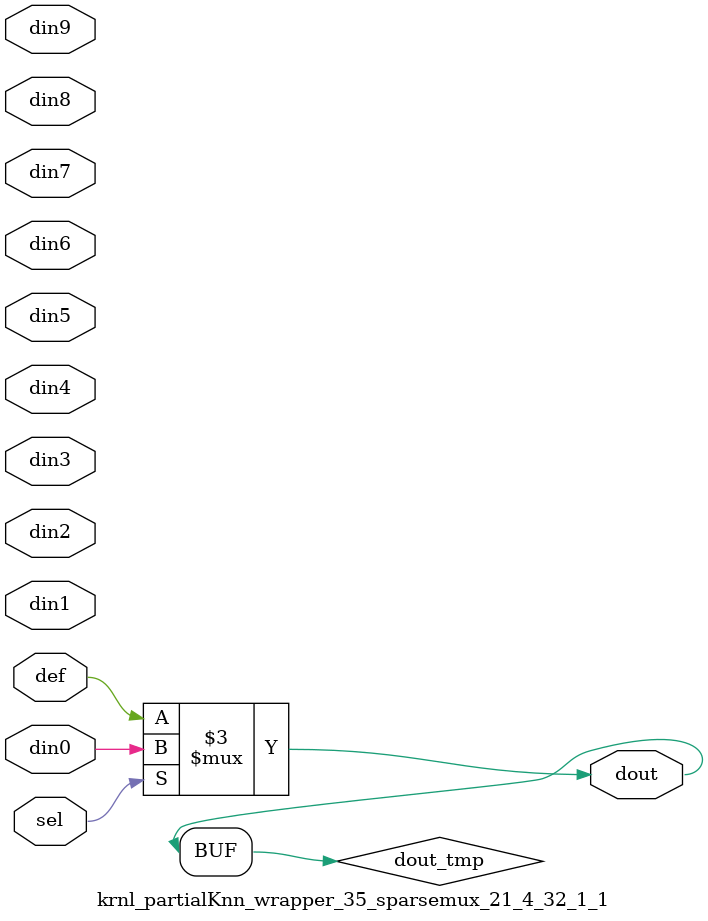
<source format=v>
`timescale 1ns / 1ps

module krnl_partialKnn_wrapper_35_sparsemux_21_4_32_1_1 (din0,din1,din2,din3,din4,din5,din6,din7,din8,din9,def,sel,dout);

parameter din0_WIDTH = 1;

parameter din1_WIDTH = 1;

parameter din2_WIDTH = 1;

parameter din3_WIDTH = 1;

parameter din4_WIDTH = 1;

parameter din5_WIDTH = 1;

parameter din6_WIDTH = 1;

parameter din7_WIDTH = 1;

parameter din8_WIDTH = 1;

parameter din9_WIDTH = 1;

parameter def_WIDTH = 1;
parameter sel_WIDTH = 1;
parameter dout_WIDTH = 1;

parameter [sel_WIDTH-1:0] CASE0 = 1;

parameter [sel_WIDTH-1:0] CASE1 = 1;

parameter [sel_WIDTH-1:0] CASE2 = 1;

parameter [sel_WIDTH-1:0] CASE3 = 1;

parameter [sel_WIDTH-1:0] CASE4 = 1;

parameter [sel_WIDTH-1:0] CASE5 = 1;

parameter [sel_WIDTH-1:0] CASE6 = 1;

parameter [sel_WIDTH-1:0] CASE7 = 1;

parameter [sel_WIDTH-1:0] CASE8 = 1;

parameter [sel_WIDTH-1:0] CASE9 = 1;

parameter ID = 1;
parameter NUM_STAGE = 1;



input [din0_WIDTH-1:0] din0;

input [din1_WIDTH-1:0] din1;

input [din2_WIDTH-1:0] din2;

input [din3_WIDTH-1:0] din3;

input [din4_WIDTH-1:0] din4;

input [din5_WIDTH-1:0] din5;

input [din6_WIDTH-1:0] din6;

input [din7_WIDTH-1:0] din7;

input [din8_WIDTH-1:0] din8;

input [din9_WIDTH-1:0] din9;

input [def_WIDTH-1:0] def;
input [sel_WIDTH-1:0] sel;

output [dout_WIDTH-1:0] dout;



reg [dout_WIDTH-1:0] dout_tmp;

always @ (*) begin
case (sel)
    
    CASE0 : dout_tmp = din0;
    
    CASE1 : dout_tmp = din1;
    
    CASE2 : dout_tmp = din2;
    
    CASE3 : dout_tmp = din3;
    
    CASE4 : dout_tmp = din4;
    
    CASE5 : dout_tmp = din5;
    
    CASE6 : dout_tmp = din6;
    
    CASE7 : dout_tmp = din7;
    
    CASE8 : dout_tmp = din8;
    
    CASE9 : dout_tmp = din9;
    
    default : dout_tmp = def;
endcase
end


assign dout = dout_tmp;



endmodule

</source>
